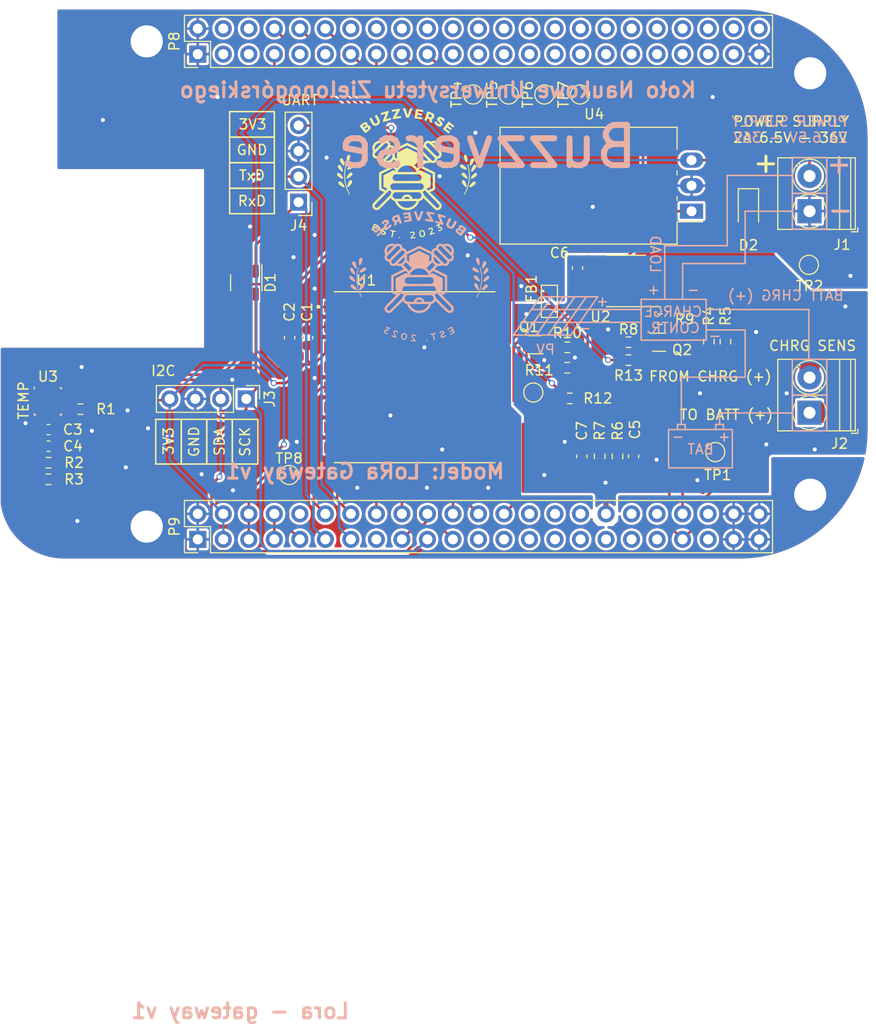
<source format=kicad_pcb>
(kicad_pcb (version 20240108) (generator "pcbnew") (generator_version "8.0")
  (layers (0 "F.Cu" signal) (31 "B.Cu" signal) (34 "B.Paste" user) (35 "F.Paste" user) (36 "B.SilkS" user "B.Silkscreen") (37 "F.SilkS" user "F.Silkscreen") (38 "B.Mask" user) (39 "F.Mask" user) (44 "Edge.Cuts" user))
  (net 0 "")
  (net 1 "/SPI1.D0")
  (net 2 "/MMC1.DAT6")
  (net 3 "/MMC1.DAT7")
  (net 4 "/MMC1.DAT2")
  (net 5 "/MMC1.DAT3")
  (net 6 "BATT_VOLTAGE_ANALOG")
  (net 7 "CHARGE_CURRENT_SENSING")
  (net 8 "/GPIO69")
  (net 9 "/GPIO45")
  (net 10 "/GPIO23")
  (net 11 "/GPIO26")
  (net 12 "/GPIO47")
  (net 13 "/GPIO46")
  (net 14 "/GPIO27")
  (net 15 "/LCD.AC_BIAS_E")
  (net 16 "/LCD.HSYNC")
  (net 17 "/GPIO65")
  (net 18 "/LCD.VSYNC")
  (net 19 "/LCD.PCLK")
  (net 20 "/GPIO22")
  (net 21 "/MMC1.DAT5")
  (net 22 "/MMC1.DAT4")
  (net 23 "/MMC1.DAT1")
  (net 24 "/MMC1.CLK")
  (net 25 "/MMC1.CMD")
  (net 26 "/MMC1.DAT0")
  (net 27 "/GPIO61")
  (net 28 "/LCD.DATA14")
  (net 29 "/LCD.DATA15")
  (net 30 "/LCD.DATA13")
  (net 31 "/LCD.DATA11")
  (net 32 "/LCD.DATA8")
  (net 33 "/LCD.DATA10")
  (net 34 "/LCD.DATA6")
  (net 35 "/LCD.DATA9")
  (net 36 "/LCD.DATA4")
  (net 37 "/LCD.DATA7")
  (net 38 "/LCD.DATA2")
  (net 39 "/LCD.DATA5")
  (net 40 "/LCD.DATA0")
  (net 41 "/LCD.DATA3")
  (net 42 "/LCD.DATA1")
  (net 43 "Net-(D2-K)")
  (net 44 "LORA_NSS")
  (net 45 "LORA_RESET")
  (net 46 "GNDD")
  (net 47 "+3V3")
  (net 48 "+5V")
  (net 49 "LORA_DIO5")
  (net 50 "/GPIO48")
  (net 51 "LORA_DIO4")
  (net 52 "LORA_SCK")
  (net 53 "/AIN3")
  (net 54 "/AIN2")
  (net 55 "/AIN5")
  (net 56 "/AIN6")
  (net 57 "GNDA")
  (net 58 "/AIN4")
  (net 59 "+1V8")
  (net 60 "LORA_MISO")
  (net 61 "LORA_DIO3")
  (net 62 "LORA_MOSI")
  (net 63 "/GPIO49")
  (net 64 "LORA_DIO2")
  (net 65 "/GPIO117")
  (net 66 "LORA_DIO1")
  (net 67 "/GPIO125")
  (net 68 "/GPIO122")
  (net 69 "/GPIO20")
  (net 70 "/GPIO7")
  (net 71 "/~{SYS_RESET}")
  (net 72 "/PWR_BUT")
  (net 73 "VBUS")
  (net 74 "/SPI1.SCLK")
  (net 75 "/SPI1.CS0")
  (net 76 "LORA_DIO0")
  (net 77 "I2C_SCK")
  (net 78 "I2C_SDA")
  (net 79 "UART_RXD")
  (net 80 "UART_TXD")
  (net 81 "Net-(U3-SDO)")
  (net 82 "Net-(U2-FILTER)")
  (net 83 "Net-(J2-Pin_1)")
  (net 84 "Net-(J2-Pin_2)")
  (net 85 "Net-(Q1A-G1)")
  (net 86 "Net-(Q1B-D2)")
  (net 87 "Net-(Q1A-D1)")
  (net 88 "Net-(Q1B-S2)")
  (net 89 "Net-(Q2A-D1)")
  (net 90 "Net-(Q2B-S2)")
  (net 91 "Net-(Q2A-G1)")
  (net 92 "BATT_CHARGE_CURRENT_ADC_EN")
  (net 93 "BATT_VOLTAGE_ADC_EN")
  (footprint "Connector_PinHeader_2.54mm:PinHeader_2x23_P2.54mm_Vertical" (layer "F.Cu") (at 119.685 49.835 90)
    (property "Reference" "P8")
    (property "Value" "BeagleBone_Black_Header" (hide yes))
  )
  (footprint "Connector_PinHeader_2.54mm:PinHeader_2x23_P2.54mm_Vertical" (layer "F.Cu") (at 119.685 98.095 90)
    (property "Reference" "P9")
    (property "Value" "BeagleBone_Black_Header" (hide yes))
  )
  (footprint "TerminalBlock_Phoenix:TerminalBlock_Phoenix_PT-1,5-2-3.5-H_1x02_P3.50mm_Horizontal" (layer "F.Cu") (at 180.58 65.456 90)
    (property "Reference" "J1")
    (property "Value" "PWR_CONNECTOR")
  )
  (footprint "Package_SO:SOIC-8_3.9x4.9mm_P1.27mm" (layer "F.Cu") (at 162.306 72.39 180)
    (property "Reference" "U2")
    (property "Value" "ACS725xLCTR-10AU")
  )
  (footprint "Capacitor_SMD:C_0603_1608Metric" (layer "F.Cu") (at 130.607 78.029 90)
    (property "Reference" "C1")
    (property "Value" "100n" (hide yes))
  )
  (footprint "library:buzzverse_logo" (layer "F.Cu") (at 140.513 61.646)
    (property "Reference" "G***" (hide yes))
    (property "Value" "LOGO" (hide yes))
  )
  (footprint "Resistor_SMD:R_0603_1608Metric" (layer "F.Cu") (at 104.826 92.126 180)
    (property "Reference" "R3")
    (property "Value" "4.7k")
  )
  (footprint "PCM_Ferrite_SMD_AKL:Ferrite_0603_1608Metric" (layer "F.Cu") (at 154.686 74.422 -90)
    (property "Reference" "FB1")
    (property "Value" "FerriteBead_Small" (hide yes))
  )
  (footprint "Capacitor_SMD:C_0603_1608Metric" (layer "F.Cu") (at 104.826 88.824 180)
    (property "Reference" "C4")
    (property "Value" "100nF")
  )
  (footprint "TestPoint:TestPoint_Pad_D1.5mm" (layer "F.Cu") (at 150.634 53.848 90)
    (property "Reference" "TP5")
    (property "Value" "GPIO47")
  )
  (footprint "MountingHole:MountingHole_3.2mm_M3_DIN965" (layer "F.Cu") (at 180.645 51.74)
    (property "Reference" "MH3" (hide yes))
    (property "Value" "MountingHole_3.2mm_M3_DIN965" (hide yes))
  )
  (footprint "Capacitor_SMD:C_0603_1608Metric" (layer "F.Cu") (at 157.48 71.12 90)
    (property "Reference" "C6")
    (property "Value" "1nF")
  )
  (footprint "Capacitor_SMD:C_0603_1608Metric" (layer "F.Cu") (at 104.826 87.173 180)
    (property "Reference" "C3")
    (property "Value" "1uF")
  )
  (footprint "TerminalBlock_Phoenix:TerminalBlock_Phoenix_PT-1,5-2-3.5-H_1x02_P3.50mm_Horizontal" (layer "F.Cu") (at 180.58 85.494 90)
    (property "Reference" "J2")
    (property "Value" "BATT CURENT SENSING")
  )
  (footprint "Diode_SMD:D_PowerDI-123" (layer "F.Cu") (at 174.498 65.532 -90)
    (property "Reference" "D2")
    (property "Value" "SBR3U60P1Q-7\n")
  )
  (footprint "Connector_PinHeader_2.54mm:PinHeader_1x04_P2.54mm_Vertical" (layer "F.Cu") (at 124.511 84.125 -90)
    (property "Reference" "J3")
    (property "Value" "EXT_I2C")
  )
  (footprint "Resistor_SMD:R_0603_1608Metric" (layer "F.Cu") (at 162.56 80.264)
    (property "Reference" "R13")
    (property "Value" "100")
  )
  (footprint "Package_TO_SOT_SMD:SOT-23-6" (layer "F.Cu") (at 124.511 72.568 -90)
    (property "Reference" "D1")
    (property "Value" "SRV05-4")
  )
  (footprint "TestPoint:TestPoint_Pad_D1.5mm" (layer "F.Cu") (at 180.518 70.79)
    (property "Reference" "TP2")
    (property "Value" "Test_5V")
  )
  (footprint "Resistor_SMD:R_0603_1608Metric" (layer "F.Cu") (at 162.56 78.486 180)
    (property "Reference" "R8")
    (property "Value" "1M")
  )
  (footprint "RA-02_LORA:MODULE_RA-02_LORA" (layer "F.Cu") (at 141.2715 81.966)
    (property "Reference" "U1")
    (property "Value" "RA-02_LORA")
  )
  (footprint "Package_TO_SOT_SMD:SOT-563" (layer "F.Cu") (at 153.162 78.74 180)
    (property "Reference" "Q1")
    (property "Value" "DMC2400UV")
  )
  (footprint "TestPoint:TestPoint_Pad_D1.5mm" (layer "F.Cu") (at 153.086 83.49)
    (property "Reference" "TP3" (hide yes))
    (property "Value" "Charge_current_test")
  )
  (footprint "Resistor_SMD:R_0603_1608Metric" (layer "F.Cu") (at 170.561 78.423 90)
    (property "Reference" "R4")
    (property "Value" "10M")
  )
  (footprint "Resistor_SMD:R_0603_1608Metric" (layer "F.Cu") (at 104.826 90.475 180)
    (property "Reference" "R2")
    (property "Value" "4.7k")
  )
  (footprint "Package_LGA:Bosch_LGA-8_2.5x2.5mm_P0.65mm_ClockwisePinNumbering" (layer "F.Cu") (at 104.755 84.37)
    (property "Reference" "U3")
    (property "Value" "BME280")
  )
  (footprint "Capacitor_SMD:C_0603_1608Metric" (layer "F.Cu") (at 128.829 78.029 90)
    (property "Reference" "C2")
    (property "Value" "100n" (hide yes))
  )
  (footprint "TestPoint:TestPoint_Pad_D1.5mm" (layer "F.Cu") (at 147.084 53.848 90)
    (property "Reference" "TP4")
    (property "Value" "GPIO23")
  )
  (footprint "MountingHole:MountingHole_3.2mm_M3_DIN965" (layer "F.Cu") (at 180.645 93.65)
    (property "Reference" "MH4" (hide yes))
    (property "Value" "MountingHole_3.2mm_M3_DIN965" (hide yes))
  )
  (footprint "TestPoint:TestPoint_Pad_D1.5mm" (layer "F.Cu") (at 154.184 53.848 90)
    (property "Reference" "TP6")
    (property "Value" "GPIO27")
  )
  (footprint "Resistor_SMD:R_0603_1608Metric" (layer "F.Cu") (at 156.464 81.026 180)
    (property "Reference" "R11")
    (property "Value" "1M")
  )
  (footprint "TestPoint:TestPoint_Pad_D1.5mm" (layer "F.Cu") (at 171.196 89.408)
    (property "Reference" "TP1")
    (property "Value" "Batt_voltage")
  )
  (footprint "Resistor_SMD:R_0603_1608Metric" (layer "F.Cu") (at 159.69 89.84 -90)
    (property "Reference" "R7")
    (property "Value" "1.8k")
  )
  (footprint "Capacitor_SMD:C_0603_1608Metric" (layer "F.Cu") (at 157.912 89.84 -90)
    (property "Reference" "C7")
    (property "Value" "100nF")
  )
  (footprint "MountingHole:MountingHole_3.2mm_M3_DIN965" (layer "F.Cu") (at 114.605 48.565)
    (property "Reference" "MH1" (hide yes))
    (property "Value" "MountingHole_3.2mm_M3_DIN965" (hide yes))
  )
  (footprint "Resistor_SMD:R_0603_1608Metric" (layer "F.Cu") (at 156.718 84.074)
    (property "Reference" "R12")
    (property "Value" "100")
  )
  (footprint "Resistor_SMD:R_0603_1608Metric" (layer "F.Cu") (at 165.671 76.2)
    (property "Reference" "R9")
    (property "Value" "1M")
  )
  (footprint "TestPoint:TestPoint_Pad_D1.5mm" (layer "F.Cu") (at 128.778 91.694)
    (property "Reference" "TP8")
    (property "Value" "PWR_BUT")
  )
  (footprint "Connector_PinHeader_2.54mm:PinHeader_1x04_P2.54mm_Vertical" (layer "F.Cu") (at 129.718 64.557 180)
    (property "Reference" "J4")
    (property "Value" "EXT_UART")
  )
  (footprint "Resistor_SMD:R_0603_1608Metric" (layer "F.Cu") (at 108.001 85.141)
    (property "Reference" "R1")
    (property "Value" "10k")
  )
  (footprint "Capacitor_SMD:C_0603_1608Metric" (layer "F.Cu") (at 163.068 89.84 -90)
    (property "Reference" "C5")
    (property "Value" "100nF")
  )
  (footprint "Resistor_SMD:R_0603_1608Metric" (layer "F.Cu") (at 156.464 78.994)
    (property "Reference" "R10")
    (property "Value" "1M")
  )
  (footprint "Package_TO_SOT_SMD:SOT-563" (layer "F.Cu") (at 165.608 78.486)
    (property "Reference" "Q2")
    (property "Value" "DMC2400UV")
  )
  (footprint "MountingHole:MountingHole_3.2mm_M3_DIN965" (layer "F.Cu") (at 114.605 96.825)
    (property "Reference" "MH2" (hide yes))
    (property "Value" "MountingHole_3.2mm_M3_DIN965" (hide yes))
  )
  (footprint "Resistor_SMD:R_0603_1608Metric" (layer "F.Cu") (at 161.468 89.84 90)
    (property "Reference" "R6")
    (property "Value" "3.3k")
  )
  (footprint "Resistor_SMD:R_0603_1608Metric" (layer "F.Cu") (at 172.212 78.423 -90)
    (property "Reference" "R5")
    (property "Value" "1M")
  )
  (footprint "TestPoint:TestPoint_Pad_D1.5mm" (layer "F.Cu") (at 157.734 53.848 90)
    (property "Reference" "TP7")
    (property "Value" "GPIO22")
  )
  (footprint "Converter_DCDC:Converter_DCDC_RECOM_R-78HB-0.5L_THT" (layer "F.Cu") (at 168.834 65.456 90)
    (property "Reference" "U4")
    (property "Value" "R-78K5.0-2.0")
  )
  (footprint "library:buzzverse_logo" (layer "B.Cu") (at 141.732 71.882 180)
    (property "Reference" "G***" (hide yes))
    (property "Value" "LOGO" (hide yes))
  )
  (gr_line (start 155.6895 77.775) (end 156.8325 77.775) (stroke (width 0.15)) (layer "B.SilkS"))
  (gr_line (start 154.9275 73.965) (end 153.7845 73.965) (stroke (width 0.15)) (layer "B.SilkS"))
  (gr_line (start 168.199 86.665) (end 168.199 87.173) (stroke (width 0.15)) (layer "B.SilkS"))
  (gr_line (start 171.247 87.173) (end 171.247 86.665) (stroke (width 0.15)) (layer "B.SilkS"))
  (gr_line (start 174.168 70.663) (end 167.945 70.663) (stroke (width 0.15)) (layer "B.SilkS"))
  (gr_rect (start 178.867 60.122) (end 182.296 63.678) (stroke (width 0.15)) (fill none) (layer "B.SilkS"))
  (gr_rect (start 178.867 83.744) (end 182.296 87.3) (stroke (width 0.15)) (fill none) (layer "B.SilkS"))
  (gr_line (start 156.0705 73.965) (end 154.9275 73.965) (stroke (width 0.15)) (layer "B.SilkS"))
  (gr_line (start 158.6105 75.235) (end 157.5945 75.235) (stroke (width 0.15)) (layer "B.SilkS"))
  (gr_line (start 154.5465 77.775) (end 155.6895 77.775) (stroke (width 0.15)) (layer "B.SilkS"))
  (gr_line (start 155.6895 77.775) (end 158.3565 73.965) (stroke (width 0.15)) (layer "B.SilkS"))
  (gr_line (start 157.4675 75.235) (end 156.4515 75.235) (stroke (width 0.15)) (layer "B.SilkS"))
  (gr_line (start 172.39 68.885) (end 166.167 68.885) (stroke (width 0.15)) (layer "B.SilkS"))
  (gr_line (start 174.168 81.966) (end 174.168 77.267) (stroke (width 0.15)) (layer "B.SilkS"))
  (gr_line (start 172.009 86.665) (end 172.009 87.173) (stroke (width 0.15)) (layer "B.SilkS"))
  (gr_line (start 174.168 65.456) (end 174.168 70.663) (stroke (width 0.15)) (layer "B.SilkS"))
  (gr_line (start 155.4355 76.505) (end 154.4195 76.505) (stroke (width 0.15)) (layer "B.SilkS"))
  (gr_line (start 166.167 68.885) (end 166.167 74.219) (stroke (width 0.15)) (layer "B.SilkS"))
  (gr_line (start 159.4995 73.965) (end 158.3565 73.965) (stroke (width 0.15)) (layer "B.SilkS"))
  (gr_line (start 152.2605 77.775) (end 153.4035 77.775) (stroke (width 0.15)) (layer "B.SilkS"))
  (gr_line (start 154.0385 75.235) (end 153.0225 75.235) (stroke (width 0.15)) (layer "B.SilkS"))
  (gr_line (start 178.867 65.456) (end 174.168 65.456) (stroke (width 0.15)) (layer "B.SilkS"))
  (gr_line (start 154.5465 77.775) (end 157.2135 73.965) (stroke (width 0.15)) (layer "B.SilkS"))
  (gr_line (start 156.8325 77.775) (end 159.4995 73.965) (stroke (width 0.15)) (layer "B.SilkS"))
  (gr_line (start 171.247 86.665) (end 172.009 86.665) (stroke (width 0.15)) (layer "B.SilkS"))
  (gr_line (start 167.437 87.173) (end 167.437 86.665) (stroke (width 0.15)) (layer "B.SilkS"))
  (gr_line (start 154.2925 76.505) (end 153.2765 76.505) (stroke (width 0.15)) (layer "B.SilkS"))
  (gr_line (start 158.3565 73.965) (end 155.6895 77.775) (stroke (width 0.15)) (layer "B.SilkS"))
  (gr_line (start 151.1175 77.775) (end 152.2605 77.775) (stroke (width 0.15)) (layer "B.SilkS"))
  (gr_line (start 167.945 70.663) (end 167.945 74.219) (stroke (width 0.15)) (layer "B.SilkS"))
  (gr_line (start 157.2135 73.965) (end 154.5465 77.775) (stroke (width 0.15)) (layer "B.SilkS"))
  (gr_line (start 163.8175 75.235) (end 158.6105 75.235) (stroke (width 0.15)) (layer "B.SilkS"))
  (gr_rect (start 178.867 80.188) (end 182.296 83.744) (stroke (width 0.15)) (fill none) (layer "B.SilkS"))
  (gr_line (start 155.1815 75.235) (end 154.1655 75.235) (stroke (width 0.15)) (layer "B.SilkS"))
  (gr_line (start 167.818 81.966) (end 174.168 81.966) (stroke (width 0.15)) (layer "B.SilkS"))
  (gr_line (start 170.2945 75.235) (end 180.518 75.235) (stroke (width 0.15)) (layer "B.SilkS"))
  (gr_line (start 174.168 77.267) (end 170.358 77.267) (stroke (width 0.15)) (layer "B.SilkS"))
  (gr_line (start 180.518 75.235) (end 180.518 80.188) (stroke (width 0.15)) (layer "B.SilkS"))
  (gr_rect (start 166.548 87.173) (end 172.898 90.983) (stroke (width 0.15)) (fill none) (layer "B.SilkS"))
  (gr_line (start 178.867 85.522) (end 171.628 85.522) (stroke (width 0.15)) (layer "B.SilkS"))
  (gr_rect (start 178.867 63.678) (end 182.296 67.234) (stroke (width 0.15)) (fill none) (layer "B.SilkS"))
  (gr_line (start 157.7215 76.505) (end 156.7055 76.505) (stroke (width 0.15)) (layer "B.SilkS"))
  (gr_line (start 156.0705 73.965) (end 153.4035 77.775) (stroke (width 0.15)) (layer "B.SilkS"))
  (gr_line (start 167.437 86.665) (end 168.199 86.665) (stroke (width 0.15)) (layer "B.SilkS"))
  (gr_line (start 153.7845 73.965) (end 151.1175 77.775) (stroke (width 0.15)) (layer "B.SilkS"))
  (gr_line (start 154.9275 73.965) (end 152.2605 77.775) (stroke (width 0.15)) (layer "B.SilkS"))
  (gr_line (start 156.5785 76.505) (end 155.5625 76.505) (stroke (width 0.15)) (layer "B.SilkS"))
  (gr_line (start 171.628 85.522) (end 171.628 86.665) (stroke (width 0.15)) (layer "B.SilkS"))
  (gr_line (start 152.2605 77.775) (end 154.9275 73.965) (stroke (width 0.15)) (layer "B.SilkS"))
  (gr_rect (start 163.8175 74.219) (end 170.2945 78.283) (stroke (width 0.15)) (fill none) (layer "B.SilkS"))
  (gr_line (start 172.39 61.9) (end 172.39 68.885) (stroke (width 0.15)) (layer "B.SilkS"))
  (gr_line (start 157.2135 73.965) (end 156.0705 73.965) (stroke (width 0.15)) (layer "B.SilkS"))
  (gr_line (start 167.818 86.665) (end 167.818 81.966) (stroke (width 0.15)) (layer "B.SilkS"))
  (gr_line (start 153.1495 76.505) (end 152.1335 76.505) (stroke (width 0.15)) (layer "B.SilkS"))
  (gr_line (start 178.867 61.9) (end 172.39 61.9) (stroke (width 0.15)) (layer "B.SilkS"))
  (gr_line (start 158.3565 73.965) (end 157.2135 73.965) (stroke (width 0.15)) (layer "B.SilkS"))
  (gr_line (start 157.7215 76.505) (end 163.754 76.505) (stroke (width 0.15)) (layer "B.SilkS"))
  (gr_line (start 153.4035 77.775) (end 154.5465 77.775) (stroke (width 0.15)) (layer "B.SilkS"))
  (gr_line (start 153.4035 77.775) (end 156.0705 73.965) (stroke (width 0.15)) (layer "B.SilkS"))
  (gr_line (start 156.3245 75.235) (end 155.3085 75.235) (stroke (width 0.15)) (layer "B.SilkS"))
  (gr_rect (start 120.584 86.157) (end 123.124 90.602) (stroke (width 0.15)) (fill none) (layer "F.SilkS"))
  (gr_rect (start 123.124 86.157) (end 125.664 90.602) (stroke (width 0.15)) (fill none) (layer "F.SilkS"))
  (gr_rect (start 118.044 86.157) (end 120.584 90.602) (stroke (width 0.15)) (fill none) (layer "F.SilkS"))
  (gr_rect (start 122.86 58.09) (end 127.305 60.63) (stroke (width 0.15)) (fill none) (layer "F.SilkS"))
  (gr_rect (start 122.86 55.55) (end 127.305 58.09) (stroke (width 0.15)) (fill none) (layer "F.SilkS"))
  (gr_rect (start 122.86 60.63) (end 127.305 63.17) (stroke (width 0.15)) (fill none) (layer "F.SilkS"))
  (gr_rect (start 122.86 63.17) (end 127.305 65.71) (stroke (width 0.15)) (fill none) (layer "F.SilkS"))
  (gr_rect (start 115.504 86.157) (end 118.044 90.602) (stroke (width 0.15)) (fill none) (layer "F.SilkS"))
  (gr_arc (start 106.35 100) (mid 101.859872 98.140128) (end 100 93.65) (stroke (width 0.00254)) (layer "Edge.Cuts"))
  (gr_line (start 186.36 87.3) (end 186.36 58.09) (stroke (width 0.00254)) (layer "Edge.Cuts"))
  (gr_line (start 106.35 100) (end 173.66 100) (stroke (width 0.00254)) (layer "Edge.Cuts"))
  (gr_line (start 120.32 79.045) (end 100 79.045) (stroke (width 0.00254)) (layer "Edge.Cuts"))
  (gr_line (start 105.715 45.39) (end 105.715 61.265) (stroke (width 0.00254)) (layer "Edge.Cuts"))
  (gr_line (start 100 79.045) (end 100 93.65) (stroke (width 0.00254)) (layer "Edge.Cuts"))
  (gr_line (start 173.66 45.39) (end 105.715 45.39) (stroke (width 0.00254)) (layer "Edge.Cuts"))
  (gr_arc (start 186.36 87.3) (mid 182.640256 96.280256) (end 173.66 100) (stroke (width 0.00254)) (layer "Edge.Cuts"))
  (gr_arc (start 173.66 45.39) (mid 182.640256 49.109744) (end 186.36 58.09) (stroke (width 0.00254)) (layer "Edge.Cuts"))
  (gr_line (start 120.32 61.265) (end 120.32 79.045) (stroke (width 0.00254)) (layer "Edge.Cuts"))
  (gr_line (start 105.715 61.265) (end 120.32 61.265) (stroke (width 0.00254)) (layer "Edge.Cuts"))
  (gr_text "-" (at 171.882 78.41 0) (layer "B.SilkS") (effects (font (size 1 1)) (justify left bottom mirror)))
  (gr_text "Lora - gateway v1" (at 134.925 145.882 0) (layer "B.SilkS") (effects (font (size 1.5 1.5) (thickness 0.3) (bold yes)) (justify left bottom mirror)))
  (gr_text "BAT" (at 168.326 89.713 0) (layer "B.SilkS") (effects (font (size 1 1)) (justify right bottom mirror)))
  (gr_text "POWER SUPPLY\n2A 6.5V - 36V" (at 184.455 58.725 0) (layer "B.SilkS") (effects (font (size 1 1)) (justify left bottom mirror)))
  (gr_text "+" (at 159.2455 74.981 0) (layer "B.SilkS") (effects (font (size 1 1)) (justify right bottom mirror)))
  (gr_text "BATT CHRG (+)" (at 184.074 74.422 0) (layer "B.SilkS") (effects (font (size 1 1)) (justify left bottom mirror)))
  (gr_text "-" (at 169.723 73.838 0) (layer "B.SilkS") (effects (font (size 1 1)) (justify left bottom mirror)))
  (gr_text "+" (at 165.786 73.838 0) (layer "B.SilkS") (effects (font (size 1 1)) (justify left bottom mirror)))
  (gr_text "-" (at 168.199 88.443 0) (layer "B.SilkS") (effects (font (size 1 1)) (justify left bottom mirror)))
  (gr_text "PV" (at 153.2765 79.807 0) (layer "B.SilkS") (effects (font (size 1 1)) (justify right bottom mirror)))
  (gr_text "-" (at 158.928 77.648 0) (layer "B.SilkS") (effects (font (size 1 1)) (justify left bottom mirror)))
  (gr_text "LOAD" (at 164.643 71.679 -90) (layer "B.SilkS") (effects (font (size 1 1)) (justify left bottom mirror)))
  (gr_text "+" (at 171.374 88.443 0) (layer "B.SilkS") (effects (font (size 1 1)) (justify right bottom mirror)))
  (gr_text "-" (at 185.09 66.472 0) (layer "B.SilkS") (effects (font (size 2 2) (thickness 0.3)) (justify left bottom mirror)))
  (gr_text "Koło Naukowe Uniwersytetu Zielonogórskiego\n" (at 169.469 54.28 0) (layer "B.SilkS") (effects (font (size 1.5 1.5) (thickness 0.3) (bold yes)) (justify left bottom mirror)))
  (gr_text "+" (at 184.963 61.9 0) (layer "B.SilkS") (effects (font (size 2 2) (thickness 0.3)) (justify left bottom mirror)))
  (gr_text "Buzzverse" (at 163.754 61.392 0) (layer "B.SilkS") (effects (font (size 4 4) (thickness 0.6) (bold yes)) (justify left bottom mirror)))
  (gr_text "CHARGE\nCONTR." (at 166.9925 77.648 0) (layer "B.SilkS") (effects (font (size 1 1)) (justify bottom mirror)))
  (gr_text "Model: LoRa Gateway v1" (at 150.368 92.202 0) (layer "B.SilkS") (effects (font (size 1.5 1.5) (thickness 0.3) (bold yes)) (justify left bottom mirror)))
  (gr_text "TO BATT (+)" (at 167.564 86.284 0) (layer "F.SilkS") (effects (font (size 1 1)) (justify left bottom)))
  (gr_text "GND" (at 125.0825 59.36 0) (layer "F.SilkS") (effects (font (size 1 1))))
  (gr_text "CHRG SENS" (at 176.454 79.426 0) (layer "F.SilkS") (effects (font (size 1 1)) (justify left bottom)))
  (gr_text "UART" (at 129.845 54.407 0) (layer "F.SilkS") (effects (font (size 1 1))))
  (gr_text "RxD" (at 125.0825 64.44 0) (layer "F.SilkS") (effects (font (size 1 1))))
  (gr_text "FROM CHRG (+)" (at 164.516 82.474 0) (layer "F.SilkS") (effects (font (size 1 1)) (justify left bottom)))
  (gr_text "TEMP" (at 102.921 86.284 90) (layer "F.SilkS") (effects (font (size 1 1)) (justify left bottom)))
  (gr_text "I2C" (at 116.256 81.331 0) (layer "F.SilkS") (effects (font (size 1 1))))
  (gr_text "TxD" (at 125.0825 61.9 0) (layer "F.SilkS") (effects (font (size 1 1))))
  (gr_text "GND" (at 119.314 88.3795 90) (layer "F.SilkS") (effects (font (size 1 1))))
  (gr_text "SCK" (at 124.394 88.3795 90) (layer "F.SilkS") (effects (font (size 1 1))))
  (gr_text "POWER SUPPLY\n2A 6.5V - 36V" (at 172.898 58.725 0) (layer "F.SilkS") (effects (font (size 1 1)) (justify left bottom)))
  (gr_text "3V3" (at 125.146 56.82 0) (layer "F.SilkS") (effects (font (size 1 1))))
  (gr_text "SDA" (at 121.854 88.3795 90) (layer "F.SilkS") (effects (font (size 1 1))))
  (gr_text "+" (at 174.803 61.773 0) (layer "F.SilkS") (effects (font (size 2 2) (thickness 0.3)) (justify left bottom)))
  (gr_text "3V3" (at 116.774 88.316 90) (layer "F.SilkS") (effects (font (size 1 1))))
  (segment (start 172.212 77.598) (end 170.561 77.598) (width 0.25) (layer "F.Cu") (net 6))
  (segment (start 169.164 94.996) (end 169.164 96.876) (width 0.25) (layer "F.Cu") (net 6))
  (segment (start 169.164 96.876) (end 167.945 98.095) (width 0.25) (layer "F.Cu") (net 6))
  (segment (start 171.196 89.408) (end 174.498 86.106) (width 0.25) (layer "F.Cu") (net 6))
  (segment (start 174.498 89.662) (end 169.164 94.996) (width 0.25) (layer "F.Cu") (net 6))
  (segment (start 166.624 96.774) (end 167.945 98.095) (width 0.25) (layer "F.Cu") (net 6))
  (segment (start 174.498 86.106) (end 174.498 89.662) (width 0.25) (layer "F.Cu") (net 6))
  (segment (start 166.624 92.621) (end 166.624 96.774) (width 0.25) (layer "F.Cu") (net 6))
  (segment (start 174.498 79.248) (end 172.848 77.598) (width 0.25) (layer "F.Cu") (net 6))
  (segment (start 174.498 86.106) (end 174.498 79.248) (width 0.25) (layer "F.Cu") (net 6))
  (segment (start 172.848 77.598) (end 172.212 77.598) (width 0.25) (layer "F.Cu") (net 6))
  (segment (start 163.068 89.065) (end 166.624 92.621) (width 0.25) (layer "F.Cu") (net 6))
  (segment (start 156.972 87.376) (end 154.178 87.376) (width 0.25) (layer "F.Cu") (net 7))
  (segment (start 154.178 87.376) (end 153.086 86.284) (width 0.25) (layer "F.Cu") (net 7))
  (segment (start 160.528 87.376) (end 158.75 87.376) (width 0.25) (layer "F.Cu") (net 7))
  (segment (start 153.086 86.284) (end 153.086 83.49) (width 0.25) (layer "F.Cu") (net 7))
  (segment (start 161.468 88.316) (end 160.528 87.376) (width 0.25) (layer "F.Cu") (net 7))
  (segment (start 167.945 95.555) (end 167.945 91.491) (width 0.25) (layer "F.Cu") (net 7))
  (segment (start 159.69 89.015) (end 159.69 88.316) (width 0.25) (layer "F.Cu") (net 7))
  (segment (start 157.912 88.316) (end 156.972 87.376) (width 0.25) (layer "F.Cu") (net 7))
  (segment (start 167.945 91.491) (end 163.83 87.376) (width 0.25) (layer "F.Cu") (net 7))
  (segment (start 159.69 88.316) (end 158.75 87.376) (width 0.25) (layer "F.Cu") (net 7))
  (segment (start 158.75 87.376) (end 156.972 87.376) (width 0.25) (layer "F.Cu") (net 7))
  (segment (start 163.83 87.376) (end 160.528 87.376) (width 0.25) (layer "F.Cu") (net 7))
  (segment (start 157.912 89.065) (end 157.912 88.316) (width 0.25) (layer "F.Cu") (net 7))
  (segment (start 161.468 89.015) (end 161.468 88.316) (width 0.25) (layer "F.Cu") (net 7))
  (segment (start 137.864 52.774) (end 134.925 49.835) (width 0.25) (layer "F.Cu") (net 10))
  (segment (start 147.084 53.848) (end 146.01 52.774) (width 0.25) (layer "F.Cu") (net 10))
  (segment (start 146.01 52.774) (end 137.864 52.774) (width 0.25) (layer "F.Cu") (net 10))
  (segment (start 138.176 52.324) (end 137.465 51.613) (width 0.25) (layer "F.Cu") (net 12))
  (segment (start 150.634 53.848) (end 149.11 52.324) (width 0.25) (layer "F.Cu") (net 12))
  (segment (start 137.465 51.613) (end 137.465 49.835) (width 0.25) (layer "F.Cu") (net 12))
  (segment (start 149.11 52.324) (end 138.176 52.324) (width 0.25) (layer "F.Cu") (net 12))
  (segment (start 154.184 53.848) (end 152.21 51.874) (width 0.25) (layer "F.Cu") (net 14))
  (segment (start 142.044 51.874) (end 140.005 49.835) (width 0.25) (layer "F.Cu") (net 14))
  (segment (start 152.21 51.874) (end 142.044 51.874) (width 0.25) (layer "F.Cu") (net 14))
  (segment (start 144.134 51.424) (end 142.545 49.835) (width 0.25) (layer "F.Cu") (net 20))
  (segment (start 155.31 51.424) (end 144.134 51.424) (width 0.25) (layer "F.Cu") (net 20))
  (segment (start 157.734 53.848) (end 155.31 51.424) (width 0.25) (layer "F.Cu") (net 20))
  (segment (start 172.974 57.582) (end 178.486 57.582) (width 0.25) (layer "F.Cu") (net 43))
  (segment (start 172.212 57.582) (end 174.498 59.868) (width 0.25) (layer "F.Cu") (net 43))
  (segment (start 172.212 57.582) (end 172.974 57.582) (width 0.25) (layer "F.Cu") (net 43))
  (segment (start 178.486 57.582) (end 180.58 59.676) (width 0.25) (layer "F.Cu") (net 43))
  (segment (start 168.834 65.456) (end 165.786 65.456) (width 0.25) (layer "F.Cu") (net 43))
  (segment (start 174.498 59.868) (end 174.498 64.682) (width 0.25) (layer "F.Cu") (net 43))
  (segment (start 164.008 63.678) (end 164.008 59.868) (width 0.25) (layer "F.Cu") (net 43))
  (segment (start 180.58 59.676) (end 180.58 61.956) (width 0.25) (layer "F.Cu") (net 43))
  (segment (start 166.294 57.582) (end 172.212 57.582) (width 0.25) (layer "F.Cu") (net 43))
  (segment (start 165.786 65.456) (end 164.008 63.678) (width 0.25) (layer "F.Cu") (net 43))
  (segment (start 164.008 59.868) (end 166.294 57.582) (width 0.25) (layer "F.Cu") (net 43))
  (segment (start 132.386396 51.994) (end 129.464 51.994) (width 0.25) (layer "F.Cu") (net 44))
  (segment (start 148.9715 76.966) (end 140.466 76.966) (width 0.25) (layer "F.Cu") (net 44))
  (segment (start 137.534 57.141604) (end 132.386396 51.994) (width 0.25) (layer "F.Cu") (net 44))
  (segment (start 129.464 51.994) (end 128.48 51.01) (width 0.25) (layer "F.Cu") (net 44))
  (segment (start 137.534 74.034) (end 137.534 57.141604) (width 0.25) (layer "F.Cu") (net 44))
  (segment (start 140.466 76.966) (end 137.534 74.034) (width 0.25) (layer "F.Cu") (net 44))
  (segment (start 128.48 48.47) (end 127.305 47.295) (width 0.25) (layer "F.Cu") (net 44))
  (segment (start 128.48 51.01) (end 128.48 48.47) (width 0.25) (layer "F.Cu") (net 44))
  (segment (start 135.052 80.95) (end 137.084 78.918) (width 0.25) (layer "F.Cu") (net 45))
  (segment (start 127.305 51.105) (end 127.305 49.835) (width 0.25) (layer "F.Cu") (net 45))
  (segment (start 134.3215 80.966) (end 134.3375 80.95) (width 0.25) (layer "F.Cu") (net 45))
  (segment (start 132.512 52.756) (end 128.956 52.756) (width 0.25) (layer "F.Cu") (net 45))
  (segment (start 134.3375 80.95) (end 135.052 80.95) (width 0.25) (layer "F.Cu") (net 45))
  (segment (start 133.5715 80.966) (end 134.3215 80.966) (width 0.25) (layer "F.Cu") (net 45))
  (segment (start 128.956 52.756) (end 127.305 51.105) (width 0.25) (layer "F.Cu") (net 45))
  (segment (start 137.084 78.918) (end 137.084 57.328) (width 0.25) (layer "F.Cu") (net 45))
  (segment (start 137.084 57.328) (end 132.512 52.756) (width 0.25) (layer "F.Cu") (net 45))
  (segment (start 102.616 85.344) (end 103.378 86.106) (width 0.25) (layer "F.Cu") (net 46))
  (segment (start 103.599 83.345) (end 102.616 84.328) (width 0.25) (layer "F.Cu") (net 46))
  (segment (start 104.14 86.106) (end 104.43 85.816) (width 0.25) (layer "F.Cu") (net 46))
  (segment (start 103.78 83.345) (end 103.599 83.345) (width 0.25) (layer "F.Cu") (net 46))
  (segment (start 103.378 86.106) (end 104.14 86.106) (width 0.25) (layer "F.Cu") (net 46))
  (segment (start 108.826 86.982) (end 109.144 87.3) (width 0.5) (layer "F.Cu") (net 46))
  (segment (start 104.051 88.824) (end 102.54 87.313) (width 0.5) (layer "F.Cu") (net 46))
  (segment (start 108.826 85.141) (end 108.826 86.982) (width 0.5) (layer "F.Cu") (net 46))
  (segment (start 102.54 87.313) (end 102.54 86.538) (width 0.5) (layer "F.Cu") (net 46))
  (segment (start 104.43 85.816) (end 104.43 85.395) (width 0.25) (layer "F.Cu") (net 46))
  (segment (start 102.616 84.328) (end 102.616 85.344) (width 0.25) (layer "F.Cu") (net 46))
  (via (at 121.666 54.102) (size 0.6) (drill 0.4) (layers "F.Cu" "B.Cu") (net 46))
  (via (at 131.318 82.042) (size 0.6) (drill 0.4) (layers "F.Cu" "B.Cu") (net 46))
  (via (at 131.318 73.152) (size 0.6) (drill 0.4) (layers "F.Cu" "B.Cu") (net 46))
  (via (at 144.018 89.154) (size 0.6) (drill 0.4) (layers "F.Cu" "B.Cu") (net 46))
  (via (at 131.318 67.818) (size 0.6) (drill 0.4) (layers "F.Cu" "B.Cu") (net 46))
  (via (at 159.004 65.024) (size 0.6) (drill 0.4) (layers "F.Cu" "B.Cu") (net 46))
  (via (at 129.54 88.392) (size 0.6) (drill 0.4) (layers "F.Cu" "B.Cu") (net 46))
  (via (at 114.732 87.046) (size 0.6) (drill 0.4) (layers "F.Cu" "B.Cu") (net 46))
  (via (at 184.658 71.882) (size 0.6) (drill 0.4) (layers "F.Cu" "B.Cu") (net 46))
  (via (at 102.54 86.538) (size 0.6) (drill 0.4) (layers "F.Cu" "B.Cu") (net 46))
  (via (at 108.128 80.95) (size 0.6) (drill 0.4) (layers "F.Cu" "B.Cu") (net 46))
  (via (at 120.066 91.618) (size 0.6) (drill 0.4) (layers "F.Cu" "B.Cu") (net 46))
  (via (at 112.7 85.268) (size 0.6) (drill 0.4) (layers "F.Cu" "B.Cu") (net 46))
  (via (at 107.696 96.266) (size 0.6) (drill 0.4) (layers "F.Cu" "B.Cu") (net 46))
  (via (at 147.32 57.658) (size 0.6) (drill 0.4) (layers "F.Cu" "B.Cu") (net 46))
  (via (at 146.558 69.85) (size 0.6) (drill 0.4) (layers "F.Cu" "B.Cu") (net 46))
  (via (at 132.512 60.122) (size 0.6) (drill 0.4) (layers "F.Cu" "B.Cu") (net 46))
  (via (at 124.892 66.98) (size 0.6) (drill 0.4) (layers "F.Cu" "B.Cu") (net 46))
  (via (at 151.892 72.898) (size 0.6) (drill 0.4) (layers "F.Cu" "B.Cu") (net 46))
  (via (at 112.522 90.932) (size 0.6) (drill 0.4) (layers "F.Cu" "B.Cu") (net 46))
  (via (at 135.56 92.964) (size 0.6) (drill 0.4) (layers "F.Cu" "B.Cu") (net 46))
  (via (at 138.862 85.776) (size 0.6) (drill 0.4) (layers "F.Cu" "B.Cu") (net 46))
  (via (at 142.494 92.964) (size 0.6) (drill 0.4) (layers "F.Cu" "B.Cu") (net 46))
  (via (at 123.19 93.218) (size 0.6) (drill 0.4) (layers "F.Cu" "B.Cu") (net 46))
  (via (at 170.942 54.102) (size 0.6) (drill 0.4) (layers "F.Cu" "B.Cu") (net 46))
  (via (at 143.764 61.976) (size 0.6) (drill 0.4) (layers "F.Cu" "B.Cu") (net 46))
  (via (at 148.59 92.964) (size 0.6) (drill 0.4) (layers "F.Cu" "B.Cu") (net 46))
  (via (at 109.144 87.3) (size 0.6) (drill 0.4) (layers "F.Cu" "B.Cu") (net 46))
  (via (at 142.24 78.994) (size 0.6) (drill 0.4) (layers "F.Cu" "B.Cu") (net 46))
  (via (at 123.114 82.22) (size 0.6) (drill 0.4) (layers "F.Cu" "B.Cu") (net 46))
  (via (at 110.236 56.388) (size 0.6) (drill 0.4) (layers "F.Cu" "B.Cu") (net 46))
  (via (at 129.21 70.028) (size 0.6) (drill 0.4) (layers "F.Cu" "B.Cu") (net 46))
  (segment (start 107.62 84.252) (end 105.715 84.252) (width 0.25) (layer "F.Cu") (net 47))
  (segment (start 107.62 84.252) (end 116.764 84.252) (width 0.25) (layer "F.Cu") (net 47))
  (segment (start 133.782 68.504) (end 126.924 75.362) (width 0.25) (layer "F.Cu") (net 47))
  (segment (start 130.607 78.804) (end 130.607 80.315) (width 0.25) (layer "F.Cu") (net 47))
  (segment (start 108.001 87.554) (end 108.001 86.03) (width 0.25) (layer "F.Cu") (net 47))
  (segment (start 105.601 88.824) (end 106.731 88.824) (width 0.25) (layer "F.Cu") (net 47))
  (segment (start 108.001 84.633) (end 107.62 84.252) (width 0.25) (layer "F.Cu") (net 47))
  (segment (start 124.511 73.043001) (end 124.836001 72.718) (width 0.25) (layer "F.Cu") (net 47))
  (segment (start 105.08 84.887) (end 105.715 84.252) (width 0.25) (layer "F.Cu") (net 47))
  (segment (start 116.764 84.252) (end 116.891 84.125) (width 0.25) (layer "F.Cu") (net 47))
  (segment (start 108.001 86.03) (end 108.001 84.633) (width 0.25) (layer "F.Cu") (net 47))
  (segment (start 105.08 85.395) (end 105.08 84.887) (width 0.25) (layer "F.Cu") (net 47))
  (segment (start 106.731 88.824) (end 108.001 87.554) (width 0.25) (layer "F.Cu") (net 47))
  (segment (start 104.837 84.252) (end 104.43 83.845) (width 0.25) (layer "F.Cu") (net 47))
  (segment (start 128.829 78.804) (end 128.829 80.061) (width 0.25) (layer "F.Cu") (net 47))
  (segment (start 124.511 73.7055) (end 124.511 73.043001) (width 0.25) (layer "F.Cu") (net 47))
  (segment (start 126.058 72.718) (end 126.924 73.584) (width 0.25) (layer "F.Cu") (net 47))
  (segment (start 128.829 80.061) (end 129.464 80.696) (width 0.25) (layer "F.Cu") (net 47))
  (segment (start 132.629 56.937) (end 133.782 58.09) (width 0.25) (layer "F.Cu") (net 47))
  (segment (start 105.651 90.475) (end 106.604 90.475) (width 0.25) (layer "F.Cu") (net 47))
  (segment (start 132.972 78.966) (end 133.5715 78.966) (width 0.25) (layer "F.Cu") (net 47))
  (segment (start 103.78 84.895) (end 104.423 84.252) (width 0.25) (layer "F.Cu") (net 47))
  (segment (start 128.448 82.55) (end 130.302 80.696) (width 0.25) (layer "F.Cu") (net 47))
  (segment (start 126.924 79.68) (end 127.94 80.696) (width 0.25) (layer "F.Cu") (net 47))
  (segment (start 104.423 84.252) (end 104.837 84.252) (width 0.25) (layer "F.Cu") (net 47))
  (segment (start 105.601 87.173) (end 106.858 87.173) (width 0.25) (layer "F.Cu") (net 47))
  (segment (start 126.924 73.584) (end 126.924 75.362) (width 0.25) (layer "F.Cu") (net 47))
  (segment (start 127.254 82.55) (end 128.448 82.55) (width 0.25) (layer "F.Cu") (net 47))
  (segment (start 126.924 75.362) (end 126.924 79.68) (width 0.25) (layer "F.Cu") (net 47))
  (segment (start 127.94 80.696) (end 129.464 80.696) (width 0.25) (layer "F.Cu") (net 47))
  (segment (start 104.43 83.845) (end 104.43 83.345) (width 0.25) (layer "F.Cu") (net 47))
  (segment (start 105.715 84.252) (end 104.837 84.252) (width 0.25) (layer "F.Cu") (net 47))
  (segment (start 106.35 92.126) (end 108.001 90.475) (width 0.25) (layer "F.Cu") (net 47))
  (segment (start 129.718 56.937) (end 132.629 56.937) (width 0.25) (layer "F.Cu") (net 47))
  (segment (start 103.78 85.395) (end 103.78 84.895) (width 0.25) (layer "F.Cu") (net 47))
  (segment (start 130.607 80.315) (end 130.988 80.696) (width 0.25) (layer "F.Cu") (net 47))
  (segment (start 131.242 80.696) (end 132.972 78.966) (width 0.25) (layer "F.Cu") (net 47))
  (segment (start 133.782 58.09) (end 133.782 68.504) (width 0.25) (layer "F.Cu") (net 47))
  (segment (start 130.302 80.696) (end 130.988 80.696) (width 0.25) (layer "F.Cu") (net 47))
  (segment (start 129.464 80.696) (end 130.302 80.696) (width 0.25) (layer "F.Cu") (net 47))
  (segment (start 124.836001 72.718) (end 126.058 72.718) (width 0.25) (layer "F.Cu") (net 47))
  (segment (start 130.988 80.696) (end 131.242 80.696) (width 0.25) (layer "F.Cu") (net 47))
  (segment (start 108.001 90.475) (end 108.001 89.078) (width 0.25) (layer "F.Cu") (net 47))
  (segment (start 108.001 89.078) (end 108.001 87.554) (width 0.25) (layer "F.Cu") (net 47))
  (segment (start 105.651 92.126) (end 106.35 92.126) (width 0.25) (layer "F.Cu") (net 47))
  (segment (start 106.858 87.173) (end 108.001 86.03) (width 0.25) (layer "F.Cu") (net 47))
  (segment (start 106.604 90.475) (end 108.001 89.078) (width 0.25) (layer "F.Cu") (net 47))
  (via (at 127.254 82.55) (size 0.6) (drill 0.4) (layers "F.Cu" "B.Cu") (net 47))
  (segment (start 124.714 80.772) (end 125.476 80.772) (width 0.25) (layer "B.Cu") (net 47))
  (segment (start 120.244 80.772) (end 124.714 80.772) (width 0.25) (layer "B.Cu") (net 47))
  (segment (start 116.891 90.221) (end 116.891 84.125) (width 0.25) (layer "B.Cu") (net 47))
  (segment (start 116.891 84.125) (end 120.244 80.772) (width 0.25) (layer "B.Cu") (net 47))
  (segment (start 125.476 80.772) (end 127.254 82.55) (width 0.25) (layer "B.Cu") (net 47))
  (segment (start 122.225 95.555) (end 122.225 98.095) (width 0.25) (layer "B.Cu") (net 47))
  (segment (start 122.225 95.555) (end 116.891 90.221) (width 0.25) (layer "B.Cu") (net 47))
  (segment (start 162.306 72.794999) (end 162.306 70.104) (width 0.25) (layer "F.Cu") (net 48))
  (segment (start 174.498 67.057) (end 172.465 67.057) (width 0.25) (layer "F.Cu") (net 48))
  (segment (start 163.322 69.088) (end 171.45 69.088) (width 0.25) (layer "F.Cu") (net 48))
  (segment (start 171.704 67.818) (end 171.704 68.834) (width 0.25) (layer "F.Cu") (net 48))
  (segment (start 128.27 88.646) (end 127.254 89.662) (width 0.25) (layer "F.Cu") (net 48))
  (segment (start 171.704 60.96) (end 171.704 67.818) (width 0.25) (layer "F.Cu") (net 48))
  (segment (start 127.254 90.932) (end 124.765 93.421) (width 0.25) (layer "F.Cu") (net 48))
  (segment (start 162.306 70.104) (end 163.322 69.088) (width 0.25) (layer "F.Cu") (net 48))
  (segment (start 168.834 60.376) (end 171.12 60.376) (width 0.25) (layer "F.Cu") (net 48))
  (segment (start 124.765 98.095) (end 124.765 95.555) (width 0.25) (layer "F.Cu") (net 48))
  (segment (start 127.254 89.662) (end 127.254 90.932) (width 0.25) (layer "F.Cu") (net 48))
  (segment (start 160.805999 74.295) (end 162.306 72.794999) (width 0.25) (layer "F.Cu") (net 48))
  (segment (start 171.704 68.834) (end 171.45 69.088) (width 0.25) (layer "F.Cu") (net 48))
  (segment (start 172.465 67.057) (end 171.704 67.818) (width 0.25) (layer "F.Cu") (net 48))
  (segment (start 159.831 74.295) (end 160.805999 74.295) (width 0.25) (layer "F.Cu") (net 48))
  (segment (start 171.12 60.376) (end 171.704 60.96) (width 0.25) (layer "F.Cu") (net 48))
  (segment (start 178.816 69.088) (end 171.45 69.088) (width 0.25) (layer "F.Cu") (net 48))
  (segment (start 124.765 93.421) (end 124.765 95.555) (width 0.25) (layer "F.Cu") (net 48))
  (segment (start 180.518 70.79) (end 178.816 69.088) (width 0.25) (layer "F.Cu") (net 48))
  (via (at 128.27 88.646) (size 0.6) (drill 0.4) (layers "F.Cu" "B.Cu") (net 48))
  (segment (start 125.517 79.289) (end 128.27 82.042) (width 0.25) (layer "B.Cu") (net 48))
  (segment (start 146.228 60.376) (end 140.208 54.356) (width 0.25) (layer "B.Cu") (net 48))
  (segment (start 123.952 57.658) (end 125.517 59.223) (width 0.25) (layer "B.Cu") (net 48))
  (segment (start 168.834 60.376) (end 146.228 60.376) (width 0.25) (layer "B.Cu") (net 48))
  (segment (start 140.208 54.356) (end 127.254 54.356) (width 0.25) (layer "B.Cu") (net 48))
  (segment (start 127.254 54.356) (end 123.952 57.658) (width 0.25) (layer "B.Cu") (net 48))
  (segment (start 125.517 59.223) (end 125.517 79.289) (width 0.25) (layer "B.Cu") (net 48))
  (segment (start 128.27 82.042) (end 128.27 88.646) (width 0.25) (layer "B.Cu") (net 48))
  (segment (start 151.562 94.158) (end 151.562 86.03) (width 0.25) (layer "F.Cu") (net 49))
  (segment (start 151.562 86.03) (end 150.498 84.966) (width 0.25) (layer "F.Cu") (net 49))
  (segment (start 150.498 84.966) (end 148.9715 84.966) (width 0.25) (layer "F.Cu") (net 49))
  (segment (start 150.165 95.555) (end 151.562 94.158) (width 0.25) (layer "F.Cu") (net 49))
  (segment (start 146.482 94.412) (end 146.482 87.808) (width 0.25) (layer "F.Cu") (net 51))
  (segment (start 147.324 86.966) (end 148.9715 86.966) (width 0.25) (layer "F.Cu") (net 51))
  (segment (start 146.482 87.808) (end 147.324 86.966) (width 0.25) (layer "F.Cu") (net 51))
  (segment (start 147.625 95.555) (end 146.482 94.412) (width 0.25) (layer "F.Cu") (net 51))
  (segment (start 145.085 95.555) (end 145.085 84.785) (width 0.25) (layer "F.Cu") (net 52))
  (segment (start 145.085 84.785) (end 146.904 82.966) (width 0.25) (layer "F.Cu") (net 52))
  (segment (start 146.904 82.966) (end 148.9715 82.966) (width 0.25) (layer "F.Cu") (net 52))
  (segment (start 160.325 92.507) (end 160.274 92.456) (width 0.5) (layer "F.Cu") (net 57))
  (segment (start 160.325 95.555) (end 160.325 92.507) (width 0.5) (layer "F.Cu") (net 57))
  (via (at 156.21 88.392) (size 0.6) (drill 0.4) (layers "F.Cu" "B.Cu") (net 57))
  (via (at 184.15 74.93) (size 0.6) (drill 0.4) (layers "F.Cu" "B.Cu") (net 57))
  (via (at 176.276 88.646) (size 0.6) (drill 0.4) (layers "F.Cu" "B.Cu") (net 57))
  (via (at 160.274 92.456) (size 0.6) (drill 0.4) (layers "F.Cu" "B.Cu") (net 57))
  (via (at 165.354 90.17) (size 0.6) (drill 0.4) (layers "F.Cu" "B.Cu") (net 57))
  (via (at 175.26 77.47) (size 0.6) (drill 0.4) (layers "F.Cu" "B.Cu") (net 57))
  (via (at 160.528 77.216) (size 0.6) (drill 0.4) (layers "F.Cu" "B.Cu") (net 57))
  (via (at 152.4 75.692) (size 0.6) (drill 0.4) (layers "F.Cu" "B.Cu") (net 57))
  (via (at 178.308 83.566) (size 0.6) (drill 0.4) (layers "F.Cu" "B.Cu") (net 57))
  (via (at 169.672 83.566) (size 0.6) (drill 0.4) (layers "F.Cu" "B.Cu") (net 57))
  (via (at 157.226 80.01) (size 0.6) (drill 0.4) (layers "F.Cu" "B.Cu") (net 57))
  (via (at 154.178 80.264) (size 0.6) (drill 0.4) (layers "F.Cu" "B.Cu") (net 57))
  (via (at 181.102 89.154) (size 0.6) (drill 0.4) (layers "F.Cu" "B.Cu") (net 57))
  (via (at 154.178 91.694) (size 0.6) (drill 0.4) (layers "F.Cu" "B.Cu") (net 57))
  (via (at 169.418 92.202) (size 0.6) (drill 0.4) (layers "F.Cu" "B.Cu") (net 57))
  (segment (start 143.002 90.932) (end 143.72 91.65) (width 0.25) (layer "F.Cu") (net 60))
  (segment (start 148.9715 80.966) (end 148.2215 80.966) (width 0.25) (layer "F.Cu") (net 60))
  (segment (start 148.2215 80.966) (end 143.002 86.1855) (width 0.25) (layer "F.Cu") (net 60))
  (segment (start 143.72 96.73) (end 145.085 98.095) (width 0.25) (layer "F.Cu") (net 60))
  (segment (start 143.72 91.65) (end 143.72 96.73) (width 0.25) (layer "F.Cu") (net 60))
  (segment (start 143.002 86.1855) (end 143.002 90.932) (width 0.25) (layer "F.Cu") (net 60))
  (segment (start 133.5715 94.2015) (end 134.925 95.555) (width 0.25) (layer "F.Cu") (net 61))
  (segment (start 133.5715 88.966) (end 133.5715 94.2015) (width 0.25) (layer "F.Cu") (net 61))
  (segment (start 141.37 96.73) (end 141.37 84.284) (width 0.25) (layer "F.Cu") (net 62))
  (segment (start 140.005 98.095) (end 141.37 96.73) (width 0.25) (layer "F.Cu") (net 62))
  (segment (start 146.688 78.966) (end 148.9715 78.966) (width 0.25) (layer "F.Cu") (net 62))
  (segment (start 141.37 84.284) (end 146.688 78.966) (width 0.25) (layer "F.Cu") (net 62))
  (segment (start 133.5715 86.966) (end 134.3215 86.966) (width 0.25) (layer "F.Cu") (net 64))
  (segment (start 134.3215 86.966) (end 137.465 90.1095) (width 0.25) (layer "F.Cu") (net 64))
  (segment (start 137.465 90.1095) (end 137.465 95.555) (width 0.25) (layer "F.Cu") (net 64))
  (segment (start 133.5715 84.966) (end 134.3215 84.966) (width 0.25) (layer "F.Cu") (net 66))
  (segment (start 134.3215 84.966) (end 140.005 90.6495) (width 0.25) (layer "F.Cu") (net 66))
  (segment (start 140.005 90.6495) (end 140.005 95.555) (width 0.25) (layer "F.Cu") (net 66))
  (segment (start 128.67 91.802) (end 128.778 91.694) (width 0.25) (layer "F.Cu") (net 72))
  (segment (start 128.67 96.92) (end 128.67 91.802) (width 0.25) (layer "F.Cu") (net 72))
  (segment (start 129.845 98.095) (end 128.67 96.92) (width 0.25) (layer "F.Cu") (net 72))
  (segment (start 127.305 95.555) (end 127.305 98.095) (width 0.25) (layer "F.Cu") (net 73))
  (segment (start 132.02 82.966) (end 133.5715 82.966) (width 0.25) (layer "F.Cu") (net 76))
  (segment (start 131.242 94.412) (end 131.242 83.744) (width 0.25) (layer "F.Cu") (net 76))
  (segment (start 132.385 95.555) (end 131.242 94.412) (width 0.25) (layer "F.Cu") (net 76))
  (segment (start 131.242 83.744) (end 132.02 82.966) (width 0.25) (layer "F.Cu") (net 76))
  (segment (start 125.461 83.175) (end 125.461 73.7055) (width 0.25) (layer "F.Cu") (net 77))
  (segment (start 115.748 82.22) (end 119.812 82.22) (width 0.25) (layer "F.Cu") (net 77))
  (segment (start 110.16 88.062) (end 108.89 89.332) (width 0.25) (layer "F.Cu") (net 77))
  (segment (start 105.017 93.142) (end 107.366 93.142) (width 0.25) (layer "F.Cu") (net 77))
  (segment (start 121.844 86.03) (end 123.622 86.03) (width 0.25) (layer "F.Cu") (net 77))
  (segment (start 124.511 84.125) (end 124.511 85.141) (width 0.25) (layer "F.Cu") (net 77))
  (segment (start 124.511 85.141) (end 123.622 86.03) (width 0.25) (layer "F.Cu") (net 77))
  (segment (start 107.366 93.142) (end 108.89 91.618) (width 0.25) (layer "F.Cu") (net 77))
  (segment (start 114.623 83.345) (end 115.748 82.22) (width 0.25) (layer "F.Cu") (net 77))
  (segment (start 105.73 83.345) (end 114.623 83.345) (width 0.25) (layer "F.Cu") (net 77))
  (segment (start 119.812 82.22) (end 120.796 83.204) (width 0.25) (layer "F.Cu") (net 77))
  (segment (start 124.511 84.125) (end 125.461 83.175) (width 0.25) (layer "F.Cu") (net 77))
  (segment (start 108.89 91.618) (end 108.89 89.332) (width 0.25) (layer "F.Cu") (net 77))
  (segment (start 120.796 84.982) (end 121.844 86.03) (width 0.25) (layer "F.Cu") (net 77))
  (segment (start 121.59 88.062) (end 110.16 88.062) (width 0.25) (layer "F.Cu") (net 77))
  (segment (start 120.796 83.204) (end 120.796 84.982) (width 0.25) (layer "F.Cu") (net 77))
  (segment (start 123.622 86.03) (end 121.59 88.062) (width 0.25) (layer "F.Cu") (net 77))
  (segment (start 104.001 92.126) (end 105.017 93.142) (width 0.25) (layer "F.Cu") (net 77))
  (segment (start 125.94 98.508) (end 125.94 85.554) (width 0.25) (layer "B.Cu") (net 77))
  (segment (start 126.702 99.27) (end 125.94 98.508) (width 0.25) (layer "B.Cu") (net 77))
  (segment (start 141.37 99.27) (end 126.702 99.27) (width 0.25) (layer "B.Cu") (net 77))
  (segment (start 142.545 98.095) (end 141.37 99.27) (width 0.25) (layer "B.Cu") (net 77))
  (segment (start 125.94 85.554) (end 124.511 84.125) (width 0.25) (layer "B.Cu") (net 77))
  (segment (start 121.05 98.581701) (end 121.05 92.666) (width 0.25) (layer "F.Cu") (net 78))
  (segment (start 121.082 81.712) (end 122.098 81.712) (width 0.25) (layer "F.Cu") (net 78))
  (segment (start 121.738299 99.27) (end 121.05 98.581701) (width 0.25) (layer "F.Cu") (net 78))
  (segment (start 121.082 81.712) (end 121.971 82.601) (width 0.25) (layer "F.Cu") (net 78))
  (segment (start 105.08 82.92) (end 105.526 82.474) (width 0.25) (layer "F.Cu") (net 78))
  (segment (start 121.05 92.666) (end 121.844 91.872) (width 0.25) (layer "F.Cu") (net 78))
  (segment (start 140.491701 99.27) (end 121.738299 99.27) (width 0.25) (layer "F.Cu") (net 78))
  (segment (start 114.732 82.474) (end 115.494 81.712) (width 0.25) (layer "F.Cu") (net 78))
  (segment (start 105.08 83.345) (end 105.08 82.92) (width 0.25) (layer "F.Cu") (net 78))
  (segment (start 122.098 81.712) (end 123.561 80.249) (width 0.25) (layer "F.Cu") (net 78))
  (segment (start 103.048 82.474) (end 105.526 82.474) (width 0.25) (layer "F.Cu") (net 78))
  (segment (start 142.545 95.555) (end 142.545 96.243299) (width 0.25) (layer "F.Cu") (net 78))
  (segment (start 123.561 80.249) (end 123.561 73.7055) (width 0.25) (layer "F.Cu") (net 78))
  (segment (start 141.18 98.581701) (end 140.491701 99.27) (width 0.25) (layer "F.Cu") (net 78))
  (segment (start 121.971 82.601) (end 121.971 84.125) (width 0.25) (layer "F.Cu") (net 78))
  (segment (start 101.524 83.998) (end 103.048 82.474) (width 0.25) (layer "F.Cu") (net 78))
  (segment (start 105.526 82.474) (end 114.732 82.474) (width 0.25) (layer "F.Cu") (net 78))
  (segment (start 101.524 87.998) (end 101.524 83.998) (width 0.25) (layer "F.Cu") (net 78))
  (segment (start 141.18 97.608299) (end 141.18 98.581701) (width 0.25) (layer "F.Cu") (net 78))
  (segment (start 142.545 96.243299) (end 141.18 97.608299) (width 0.25) (layer "F.Cu") (net 78))
  (segment (start 115.494 81.712) (end 121.082 81.712) (width 0.25) (layer "F.Cu") (net 78))
  (segment (start 104.001 90.475) (end 101.524 87.998) (width 0.25) (layer "F.Cu") (net 78))
  (via (at 121.844 91.872) (size 0.6) (drill 0.4) (layers "F.Cu" "B.Cu") (net 78))
  (segment (start 121.971 91.745) (end 121.971 84.125) (width 0.25) (layer "B.Cu") (net 78))
  (segment (start 121.844 91.872) (end 121.971 91.745) (width 0.25) (layer "B.Cu") (net 78))
  (segment (start 125.461 68.814) (end 129.718 64.557) (width 0.25) (layer "F.Cu") (net 79))
  (segment (start 125.461 71.4305) (end 125.461 68.814) (width 0.25) (layer "F.Cu") (net 79))
  (segment (start 131.21 94.38) (end 130.48 93.65) (width 0.25) (layer "B.Cu") (net 79))
  (segment (start 131.21 96.92) (end 131.21 94.38) (width 0.25) (layer "B.Cu") (net 79))
  (segment (start 130.48 93.65) (end 130.48 65.319) (width 0.25) (layer "B.Cu") (net 79))
  (segment (start 130.48 65.319) (end 129.718 64.557) (width 0.25) (layer "B.Cu") (net 79))
  (segment (start 132.385 98.095) (end 131.21 96.92) (width 0.25) (layer "B.Cu") (net 79))
  (segment (start 123.561 63.739) (end 125.283 62.017) (width 0.25) (layer "F.Cu") (net 80))
  (segment (start 123.561 71.4305) (end 123.561 63.739) (width 0.25) (layer "F.Cu") (net 80))
  (segment (start 125.283 62.017) (end 129.718 62.017) (width 0.25) (layer "F.Cu") (net 80))
  (segment (start 134.925 98.095) (end 133.75 96.92) (width 0.25) (layer "B.Cu") (net 80))
  (segment (start 133.75 96.92) (end 133.75 94.38) (width 0.25) (layer "B.Cu") (net 80))
  (segment (start 133.75 94.38) (end 132.004 92.634) (width 0.25) (layer "B.Cu") (net 80))
  (segment (start 132.004 92.634) (end 132.004 64.303) (width 0.25) (layer "B.Cu") (net 80))
  (segment (start 132.004 64.303) (end 129.718 62.017) (width 0.25) (layer "B.Cu") (net 80))
  (segment (start 106.922 85.395) (end 105.73 85.395) (width 0.25) (layer "F.Cu") (net 81))
  (segment (start 107.176 85.141) (end 106.922 85.395) (width 0.25) (layer "F.Cu") (net 81))
  (segment (start 157.62 71.755) (end 157.48 71.895) (width 0.25) (layer "F.Cu") (net 82))
  (segment (start 159.831 71.755) (end 157.62 71.755) (width 0.25) (layer "F.Cu") (net 82))
  (segment (start 183.896 78.486) (end 180.848 75.438) (width 2) (layer "F.Cu") (net 83))
  (segment (start 183.896 84.074) (end 183.896 78.486) (width 2) (layer "F.Cu") (net 83))
  (segment (start 180.58 85.494) (end 182.476 85.494) (width 2) (layer "F.Cu") (net 83))
  (segment (start 180.848 75.438) (end 176.53 71.12) (width 2) (layer "F.Cu") (net 83))
  (segment (start 176.53 71.12) (end 164.846 71.12) (width 2) (layer "F.Cu") (net 83))
  (segment (start 182.476 85.494) (end 183.896 84.074) (width 2) (layer "F.Cu") (net 83))
  (segment (start 165.608 78.906) (end 165.528 78.986) (width 0.25) (layer "F.Cu") (net 84))
  (segment (start 165.528 78.986) (end 164.858 78.986) (width 0.25) (layer "F.Cu") (net 84))
  (segment (start 164.846 74.36) (end 164.781 74.295) (width 0.25) (layer "F.Cu") (net 84))
  (segment (start 164.846 76.2) (end 164.846 76.708) (width 0.25) (layer "F.Cu") (net 84))
  (segment (start 175.768 73.66) (end 180.58 78.472) (width 2) (layer "F.Cu") (net 84))
  (segment (start 164.846 76.2) (end 164.846 74.36) (width 0.25) (layer "F.Cu") (net 84))
  (segment (start 164.846 76.708) (end 165.608 77.47) (width 0.25) (layer "F.Cu") (net 84))
  (segment (start 165.608 77.47) (end 165.608 78.906) (width 0.25) (layer "F.Cu") (net 84))
  (segment (start 180.58 78.472) (end 180.58 81.994) (width 2) (layer "F.Cu") (net 84))
  (segment (start 164.846 73.66) (end 175.768 73.66) (width 2) (layer "F.Cu") (net 84))
  (segment (start 156.464 79.819) (end 155.639 78.994) (width 0.25) (layer "F.Cu") (net 85))
  (segment (start 157.543 84.074) (end 156.464 82.995) (width 0.25) (layer "F.Cu") (net 85))
  (segment (start 156.464 82.995) (end 156.464 79.819) (width 0.25) (layer "F.Cu") (net 85))
  (segment (start 155.639 78.994) (end 155.385 78.74) (width 0.25) (layer "F.Cu") (net 85))
  (segment (start 155.385 78.74) (end 153.912 78.74) (width 0.25) (layer "F.Cu") (net 85))
  (segment (start 158.496 77.47) (end 157.734 76.708) (width 0.25) (layer "F.Cu") (net 86))
  (segment (start 157.734 76.708) (end 157.734 74.422) (width 0.25) (layer "F.Cu") (net 86))
  (segment (start 157.732 74.42) (end 159.127 73.025) (width 0.25) (layer "F.Cu") (net 86))
  (segment (start 157.289 81.026) (end 158.496 79.819) (width 0.25) (layer "F.Cu") (net 86))
  (segment (start 153.912 78.24) (end 156.462 75.69) (width 0.25) (layer "F.Cu") (net 86))
  (segment (start 156.364 75.788) (end 156.462 75.69) (width 0.25) (layer "F.Cu") (net 86))
  (segment (start 158.496 79.819) (end 158.496 77.47) (width 0.25) (layer "F.Cu") (net 86))
  (segment (start 156.462 75.69) (end 157.732 74.42) (width 0.25) (layer "F.Cu") (net 86))
  (segment (start 159.127 73.025) (end 159.831 73.025) (width 0.25) (layer "F.Cu") (net 86))
  (segment (start 157.734 74.422) (end 157.732 74.42) (width 0.25) (layer "F.Cu") (net 86))
  (segment (start 152.908 81.026) (end 152.412 80.53) (width 0.25) (layer "F.Cu") (net 87))
  (segment (start 155.639 81.026) (end 152.908 81.026) (width 0.25) (layer "F.Cu") (net 87))
  (segment (start 152.412 80.53) (end 152.412 78.74) (width 0.25) (layer "F.Cu") (net 87))
  (segment (start 152.4 85.598) (end 152.4 86.234396) (width 0.25) (layer "F.Cu") (net 88))
  (segment (start 151.13 78.852) (end 151.13 84.328) (width 0.25) (layer "F.Cu") (net 88))
  (segment (start 156.005604 89.84) (end 153.991604 87.826) (width 0.25) (layer "F.Cu") (net 88))
  (segment (start 161.468 90.665) (end 160.643 89.84) (width 0.25) (layer "F.Cu") (net 88))
  (segment (start 151.742 78.24) (end 151.13 78.852) (width 0.25) (layer "F.Cu") (net 88))
  (segment (start 152.412 78.24) (end 151.742 78.24) (width 0.25) (layer "F.Cu") (net 88))
  (segment (start 151.13 84.328) (end 152.4 85.598) (width 0.25) (layer "F.Cu") (net 88))
  (segment (start 152.4 86.234396) (end 153.991604 87.826) (width 0.25) (layer "F.Cu") (net 88))
  (segment (start 160.643 89.84) (end 156.005604 89.84) (width 0.25) (layer "F.Cu") (net 88))
  (segment (start 166.358 78.486) (end 166.358 77.986) (width 0.25) (layer "F.Cu") (net 89))
  (segment (start 166.496 77.848) (end 166.358 77.986) (width 0.25) (layer "F.Cu") (net 89))
  (segment (start 166.496 76.2) (end 166.496 77.848) (width 0.25) (layer "F.Cu") (net 89))
  (segment (start 166.62 79.248) (end 170.561 79.248) (width 0.25) (layer "F.Cu") (net 90))
  (segment (start 166.358 78.986) (end 166.62 79.248) (width 0.25) (layer "F.Cu") (net 90))
  (segment (start 163.385 80.264) (end 163.385 78.486) (width 0.25) (layer "F.Cu") (net 91))
  (segment (start 164.858 78.486) (end 163.385 78.486) (width 0.25) (layer "F.Cu") (net 91))
  (segment (start 138.190188 56.525) (end 133.75 52.084812) (width 0.25) (layer "F.Cu") (net 92))
  (segment (start 133.75 52.084812) (end 133.75 48.66) (width 0.25) (layer "F.Cu") (net 92))
  (segment (start 139.196884 56.525) (end 138.190188 56.525) (width 0.25) (layer "F.Cu") (net 92))
  (segment (start 139.954 61.214) (end 139.954 57.282116) (width 0.25) (layer "F.Cu") (net 92))
  (segment (start 155.893 84.074) (end 155.893 83.503) (width 0.25) (layer "F.Cu") (net 92))
  (segment (start 139.954 57.282116) (end 139.196884 56.525) (width 0.25) (layer "F.Cu") (net 92))
  (segment (start 133.75 48.66) (end 132.385 47.295) (width 0.25) (layer "F.Cu") (net 92))
  (segment (start 146.812 68.072) (end 139.954 61.214) (width 0.25) (layer "F.Cu") (net 92))
  (segment (start 155.893 83.503) (end 154.94 82.55) (width 0.25) (layer "F.Cu") (net 92))
  (via (at 154.94 82.55) (size 0.6) (drill 0.4) (layers "F.Cu" "B.Cu") (net 92))
  (via (at 146.812 68.072) (size 0.6) (drill 0.4) (layers "F.Cu" "B.Cu") (net 92))
  (segment (start 151.13 71.628) (end 147.574 68.072) (width 0.25) (layer "B.Cu") (net 92))
  (segment (start 154.94 82.55) (end 151.13 78.74) (width 0.25) (layer "B.Cu") (net 92))
  (segment (start 147.574 68.072) (end 146.812 68.072) (width 0.25) (layer "B.Cu") (net 92))
  (segment (start 151.13 78.74) (end 151.13 71.628) (width 0.25) (layer "B.Cu") (net 92))
  (segment (start 132.336792 51.308) (end 131.826 51.308) (width 0.25) (layer "F.Cu") (net 93))
  (segment (start 131.21 48.66) (end 129.845 47.295) (width 0.25) (layer "F.Cu") (net 93))
  (segment (start 138.938 57.15) (end 138.178792 57.15) (width 0.25) (layer "F.Cu") (net 93))
  (segment (start 138.178792 57.15) (end 132.336792 51.308) (width 0.25) (layer "F.Cu") (net 93))
  (segment (start 131.21 50.692) (end 131.21 48.66) (width 0.25) (layer "F.Cu") (net 93))
  (segment (start 131.826 51.308) (end 131.21 50.692) (width 0.25) (layer "F.Cu") (net 93))
  (segment (start 160.528 80.264) (end 161.735 80.264) (width 0.25) (layer "F.Cu") (net 93))
  (via (at 138.938 57.15) (size 0.6) (drill 0.4) (layers "F.Cu" "B.Cu") (net 93))
  (via (at 160.528 80.264) (size 0.6) (drill 0.4) (layers "F.Cu" "B.Cu") (net 93))
  (segment (start 138.938 58.674) (end 160.528 80.264) (width 0.25) (layer "B.Cu") (net 93))
  (segment (start 138.938 57.15) (end 138.938 58.674) (width 0.25) (layer "B.Cu") (net 93))
  (zone (net 57) (net_name "GNDA") (layers "F&B.Cu") (connect_pads (clearance 0.25)) (min_thickness 0.25) (fill yes (thermal_gap 0.25) (thermal_bridge_width 0.25))
    (polygon (pts (xy 159.004 96.266) (xy 159.512 96.774) (xy 161.036 96.774) (xy 161.544 96.266) (xy 161.544 93.726) (xy 176.784 93.726) (xy 176.784 89.916) (xy 187.198 89.916) (xy 187.198 73.152) (xy 180.848 73.152) (xy 177.292 69.596) (xy 156.21 69.596) (xy 156.21 74.422) (xy 150.876 74.422) (xy 150.876 84.836) (xy 151.892 85.852) (xy 151.892 93.726) (xy 159.004 93.726)))
  )
  (zone (net 46) (net_name "GNDD") (layers "F&B.Cu") (priority 1) (connect_pads (clearance 0.25)) (min_thickness 0.25) (fill yes (thermal_gap 0.25) (thermal_bridge_width 0.25))
    (polygon (pts (xy 100.076 100.076) (xy 100.076 44.45) (xy 187.198 44.45) (xy 187.198 73.152) (xy 180.848 73.152) (xy 177.292 69.596) (xy 156.21 69.596) (xy 156.21 74.422) (xy 150.876 74.422) (xy 150.876 84.836) (xy 151.892 85.852) (xy 151.892 93.726) (xy 159.004 93.726) (xy 159.004 96.266) (xy 159.512 96.774) (xy 161.036 96.774) (xy 161.544 96.266) (xy 161.544 93.726) (xy 176.784 93.726) (xy 176.784 89.916) (xy 187.198 89.916) (xy 187.198 100.076)))
  )
)
</source>
